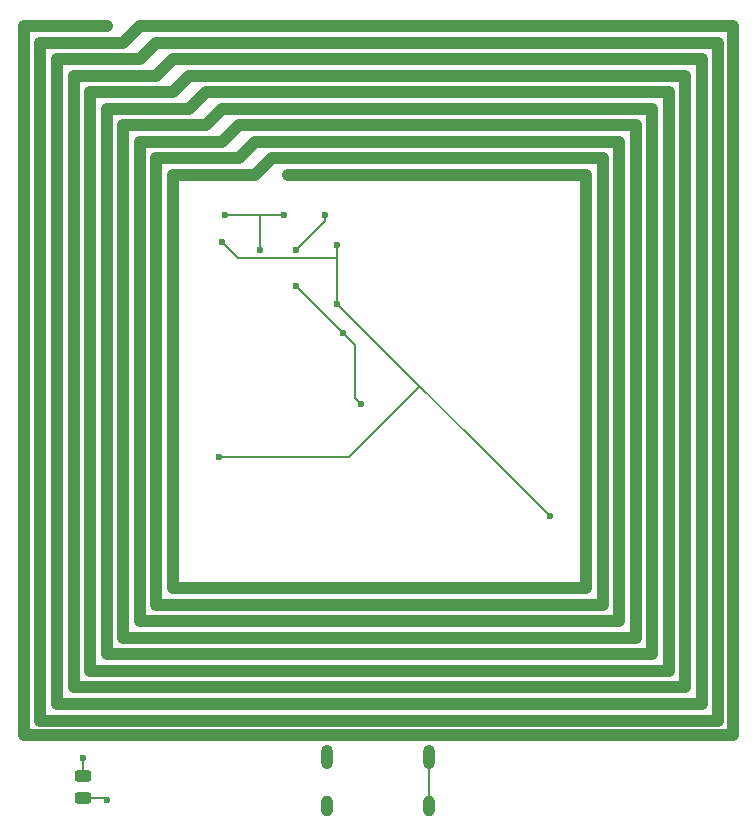
<source format=gbr>
%TF.GenerationSoftware,KiCad,Pcbnew,8.0.5-8.0.5-0~ubuntu24.04.1*%
%TF.CreationDate,2024-10-21T14:47:57+05:00*%
%TF.ProjectId,solartap_mcu_clear_60x60_g400,736f6c61-7274-4617-905f-6d63755f636c,rev?*%
%TF.SameCoordinates,Original*%
%TF.FileFunction,Copper,L2,Bot*%
%TF.FilePolarity,Positive*%
%FSLAX46Y46*%
G04 Gerber Fmt 4.6, Leading zero omitted, Abs format (unit mm)*
G04 Created by KiCad (PCBNEW 8.0.5-8.0.5-0~ubuntu24.04.1) date 2024-10-21 14:47:57*
%MOMM*%
%LPD*%
G01*
G04 APERTURE LIST*
G04 Aperture macros list*
%AMRoundRect*
0 Rectangle with rounded corners*
0 $1 Rounding radius*
0 $2 $3 $4 $5 $6 $7 $8 $9 X,Y pos of 4 corners*
0 Add a 4 corners polygon primitive as box body*
4,1,4,$2,$3,$4,$5,$6,$7,$8,$9,$2,$3,0*
0 Add four circle primitives for the rounded corners*
1,1,$1+$1,$2,$3*
1,1,$1+$1,$4,$5*
1,1,$1+$1,$6,$7*
1,1,$1+$1,$8,$9*
0 Add four rect primitives between the rounded corners*
20,1,$1+$1,$2,$3,$4,$5,0*
20,1,$1+$1,$4,$5,$6,$7,0*
20,1,$1+$1,$6,$7,$8,$9,0*
20,1,$1+$1,$8,$9,$2,$3,0*%
G04 Aperture macros list end*
%TA.AperFunction,ComponentPad*%
%ADD10O,1.000000X2.100000*%
%TD*%
%TA.AperFunction,ComponentPad*%
%ADD11O,1.000000X1.800000*%
%TD*%
%TA.AperFunction,SMDPad,CuDef*%
%ADD12RoundRect,0.243750X-0.456250X0.243750X-0.456250X-0.243750X0.456250X-0.243750X0.456250X0.243750X0*%
%TD*%
%TA.AperFunction,ViaPad*%
%ADD13C,0.600000*%
%TD*%
%TA.AperFunction,Conductor*%
%ADD14C,0.200000*%
%TD*%
%TA.AperFunction,Conductor*%
%ADD15C,1.000000*%
%TD*%
G04 APERTURE END LIST*
D10*
%TO.P,J1,S1,SHIELD*%
%TO.N,GND*%
X90680000Y-104395000D03*
D11*
X90680000Y-108575000D03*
D10*
X99320000Y-104395000D03*
D11*
X99320000Y-108575000D03*
%TD*%
D12*
%TO.P,D1,1,K*%
%TO.N,Net-(D1-K)*%
X70000000Y-106000000D03*
%TO.P,D1,2,A*%
%TO.N,+3.3V*%
X70000000Y-107875000D03*
%TD*%
D13*
%TO.N,+3.3V*%
X72000000Y-108000000D03*
X81800000Y-60800000D03*
X81500000Y-79000000D03*
X91500000Y-66000000D03*
X91500000Y-61000000D03*
X109500000Y-84000000D03*
%TO.N,GND*%
X88000000Y-61500000D03*
X93500000Y-74500000D03*
X88000000Y-64500000D03*
X87000000Y-58500000D03*
X90500000Y-58500000D03*
X92000000Y-68500000D03*
X85000000Y-61500000D03*
X82000000Y-58500000D03*
%TO.N,Net-(U1-NFC1{slash}P0.09)*%
X87400000Y-55100000D03*
X72000000Y-42500000D03*
%TO.N,Net-(D1-K)*%
X70000000Y-104500000D03*
%TD*%
D14*
%TO.N,+3.3V*%
X91400000Y-62100000D02*
X91500000Y-62000000D01*
X91500000Y-62000000D02*
X91500000Y-66000000D01*
X81500000Y-79000000D02*
X92500000Y-79000000D01*
X71875000Y-107875000D02*
X70000000Y-107875000D01*
X91500000Y-61000000D02*
X91500000Y-62000000D01*
X109500000Y-84000000D02*
X91500000Y-66000000D01*
X83100000Y-62100000D02*
X91400000Y-62100000D01*
X72000000Y-108000000D02*
X71875000Y-107875000D01*
X92500000Y-79000000D02*
X98500000Y-73000000D01*
X81800000Y-60800000D02*
X83100000Y-62100000D01*
%TO.N,GND*%
X93000000Y-69500000D02*
X92000000Y-68500000D01*
X88000000Y-61500000D02*
X90500000Y-59000000D01*
X99320000Y-104395000D02*
X99320000Y-108575000D01*
X85000000Y-61500000D02*
X85000000Y-58500000D01*
X92000000Y-68500000D02*
X88000000Y-64500000D01*
X93500000Y-74500000D02*
X93000000Y-74000000D01*
X84000000Y-58500000D02*
X87000000Y-58500000D01*
X90500000Y-59000000D02*
X90500000Y-58500000D01*
X82000000Y-58500000D02*
X84000000Y-58500000D01*
X93000000Y-74000000D02*
X93000000Y-69500000D01*
D15*
%TO.N,Net-(U1-NFC1{slash}P0.09)*%
X122400000Y-45300000D02*
X77600000Y-45300000D01*
X81800000Y-49500000D02*
X80400000Y-50900000D01*
X74800000Y-45300000D02*
X67800000Y-45300000D01*
X76200000Y-91500000D02*
X114000000Y-91500000D01*
X83200000Y-50900000D02*
X81800000Y-52300000D01*
X83200000Y-53700000D02*
X76200000Y-53700000D01*
X118200000Y-49500000D02*
X81800000Y-49500000D01*
X84600000Y-52300000D02*
X83200000Y-53700000D01*
X67800000Y-45300000D02*
X67800000Y-99900000D01*
X86000000Y-53700000D02*
X84600000Y-55100000D01*
X72000000Y-49500000D02*
X72000000Y-95700000D01*
X114000000Y-91500000D02*
X114000000Y-53700000D01*
X123800000Y-43900000D02*
X76200000Y-43900000D01*
X65000000Y-102500000D02*
X125000000Y-102500000D01*
X65000000Y-42500000D02*
X65000000Y-102500000D01*
X118200000Y-95700000D02*
X118200000Y-49500000D01*
X76200000Y-46700000D02*
X69200000Y-46700000D01*
X77600000Y-55100000D02*
X77600000Y-90100000D01*
X76200000Y-53700000D02*
X76200000Y-91500000D01*
X116800000Y-50900000D02*
X83200000Y-50900000D01*
X121000000Y-46700000D02*
X79000000Y-46700000D01*
X79000000Y-46700000D02*
X77600000Y-48100000D01*
X69200000Y-46700000D02*
X69200000Y-98500000D01*
X76200000Y-43900000D02*
X74800000Y-45300000D01*
X70600000Y-48100000D02*
X70600000Y-97100000D01*
X122400000Y-99900000D02*
X122400000Y-45300000D01*
X72000000Y-95700000D02*
X118200000Y-95700000D01*
X74800000Y-92900000D02*
X115400000Y-92900000D01*
X84600000Y-55100000D02*
X83200000Y-55100000D01*
X80400000Y-50900000D02*
X73400000Y-50900000D01*
X73400000Y-50900000D02*
X73400000Y-94300000D01*
X67800000Y-99900000D02*
X122400000Y-99900000D01*
X112600000Y-90100000D02*
X112600000Y-55100000D01*
X74800000Y-52300000D02*
X74800000Y-92900000D01*
X123800000Y-101300000D02*
X123800000Y-43900000D01*
X73400000Y-43900000D02*
X66400000Y-43900000D01*
X81800000Y-52300000D02*
X74800000Y-52300000D01*
X74800000Y-42500000D02*
X73400000Y-43900000D01*
X66400000Y-101300000D02*
X123800000Y-101300000D01*
X115400000Y-52300000D02*
X84600000Y-52300000D01*
X77600000Y-90100000D02*
X112600000Y-90100000D01*
X77600000Y-45300000D02*
X76200000Y-46700000D01*
X119600000Y-48100000D02*
X80400000Y-48100000D01*
X125000000Y-42500000D02*
X74800000Y-42500000D01*
X79000000Y-49500000D02*
X72000000Y-49500000D01*
X77600000Y-48100000D02*
X70600000Y-48100000D01*
X116800000Y-94300000D02*
X116800000Y-50900000D01*
X70600000Y-97100000D02*
X119600000Y-97100000D01*
X69200000Y-98500000D02*
X121000000Y-98500000D01*
X73400000Y-94300000D02*
X116800000Y-94300000D01*
X119600000Y-97100000D02*
X119600000Y-48100000D01*
X66400000Y-43900000D02*
X66400000Y-101300000D01*
X83200000Y-55100000D02*
X77600000Y-55100000D01*
X114000000Y-53700000D02*
X86000000Y-53700000D01*
X125000000Y-102500000D02*
X125000000Y-42500000D01*
X115400000Y-92900000D02*
X115400000Y-52300000D01*
X121000000Y-98500000D02*
X121000000Y-46700000D01*
X71900000Y-42500000D02*
X72000000Y-42500000D01*
X112600000Y-55100000D02*
X87400000Y-55100000D01*
X72000000Y-42500000D02*
X65000000Y-42500000D01*
X80400000Y-48100000D02*
X79000000Y-49500000D01*
D14*
%TO.N,Net-(D1-K)*%
X70000000Y-104500000D02*
X70000000Y-106000000D01*
%TD*%
M02*

</source>
